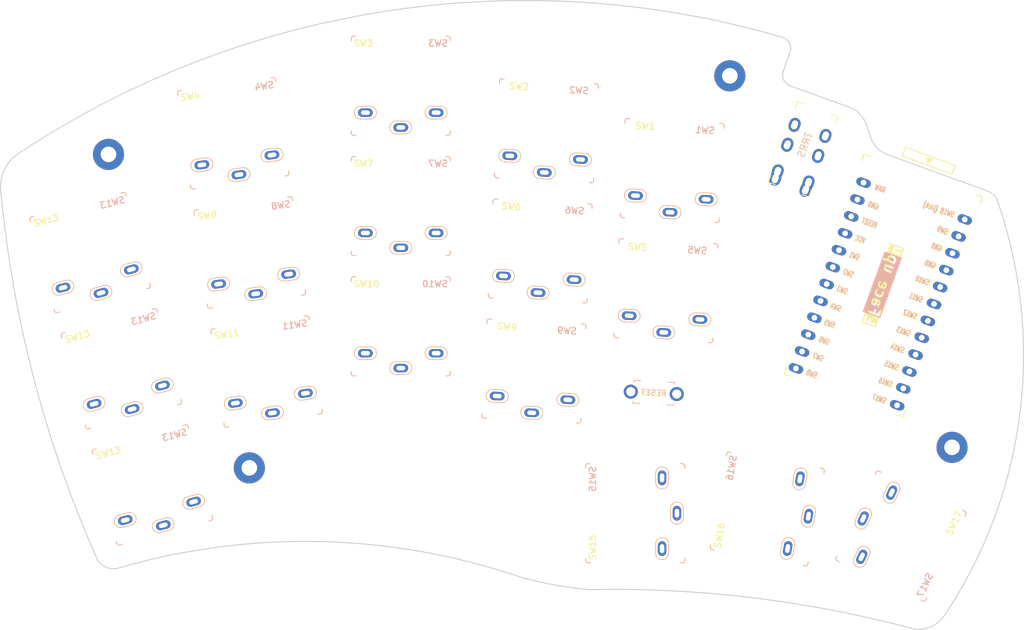
<source format=kicad_pcb>
(kicad_pcb (version 20221018) (generator pcbnew)
  (layers (0 "F.Cu" signal) (31 "B.Cu" signal) (34 "B.Paste" user) (35 "F.Paste" user) (36 "B.SilkS" user "B.Silkscreen") (37 "F.SilkS" user "F.Silkscreen") (38 "B.Mask" user) (39 "F.Mask" user) (44 "Edge.Cuts" user))
  (net 0 "")
  (net 1 "gnd")
  (net 2 "vcc")
  (net 3 "Switch18")
  (net 4 "reset")
  (net 5 "Switch1")
  (net 6 "Switch2")
  (net 7 "Switch3")
  (net 8 "Switch4")
  (net 9 "Switch5")
  (net 10 "Switch6")
  (net 11 "Switch7")
  (net 12 "Switch8")
  (net 13 "Switch9")
  (net 14 "Switch10")
  (net 15 "Switch11")
  (net 16 "Switch12")
  (net 17 "Switch13")
  (net 18 "Switch14")
  (net 19 "Switch15")
  (net 20 "Switch16")
  (net 21 "Switch17")
  (net 22 "raw")
  (footprint "Kailh:TRRS-PJ-DPB2" (layer "F.Cu") (at 158.94102 67.4 -20)
    (fp_text reference "J2" hide)
    (fp_text value "AudioJack4dpb" hide)
    (fp_text user "TRRS" (at 0 5.4 70) (layer "B.SilkS") (effects (font (thickness 0.1)) (justify mirror)))
    (fp_text user "TRRS" (at 0 5.3 70) (layer "F.SilkS") (effects (font (thickness 0.1))))
    (pad "" np_thru_hole circle (at 0 1.6 340) (size 0.8 0.8) (drill 0.8) (layers "F&B.Cu" "*.Mask"))
    (pad "" np_thru_hole circle (at 0 8.6 340) (size 0.8 0.8) (drill 0.8) (layers "F&B.Cu" "*.Mask"))
    (pad "R1" thru_hole oval (at -2.33 6.22 160) (size 1.6 2) (drill oval 0.9 1.3) (layers "*.Cu" "*.Mask") (net 3 "Switch18"))
    (pad "R1" thru_hole oval (at 2.3 6.2 340) (size 1.6 2) (drill oval 0.9 1.3) (layers "*.Cu" "*.Mask") (net 3 "Switch18"))
    (pad "R2" thru_hole oval (at -2.33 3.22 160) (size 1.6 2) (drill oval 0.9 1.3) (layers "*.Cu" "*.Mask") (net 2 "vcc"))
    (pad "R2" thru_hole oval (at 2.3 3.2 340) (size 1.6 2) (drill oval 0.9 1.3) (layers "*.Cu" "*.Mask") (net 2 "vcc"))
    (pad "S" thru_hole oval (at -2.3 11.3 340) (size 1.6 2) (drill oval 0.9 1.3) (layers "*.Cu" "*.Mask") (net 1 "gnd"))
    (pad "S" thru_hole oval (at 2.27 11.32 160) (size 1.6 2) (drill oval 0.9 1.3) (layers "*.Cu" "*.Mask") (net 1 "gnd"))
    (pad "T" thru_hole oval (at -2.33 10.22 160) (size 1.6 2) (drill oval 0.9 1.3) (layers "*.Cu" "*.Mask") (net 1 "gnd"))
    (pad "T" thru_hole oval (at 2.3 10.2 340) (size 1.6 2) (drill oval 0.9 1.3) (layers "*.Cu" "*.Mask") (net 1 "gnd"))
  )
  (footprint "* duckyb-collection:SW_PG1350_rev_DPB" (layer "F.Cu") (at 100 98.1)
    (fp_text reference "SW10" hide)
    (fp_text value "SW_Push" hide)
    (fp_text user "${REFERENCE}" (at 6.75 -6) (layer "B.SilkS") (effects (font (size 0.9 0.9) (thickness 0.16)) (justify left mirror)))
    (fp_text user "${REFERENCE}" (at -6.75 -6) (layer "F.SilkS") (effects (font (size 0.9 0.9) (thickness 0.16)) (justify left)))
    (pad "" np_thru_hole circle (at -5.499999 0 358) (size 1.7018 1.7018) (drill 1.7018) (layers "F&B.Cu" "*.Mask"))
    (pad "" np_thru_hole circle (at 0 0 358) (size 3.429 3.429) (drill 3.429) (layers "F&B.Cu" "*.Mask"))
    (pad "" np_thru_hole circle (at 0 0 2) (size 3.429 3.429) (drill 3.429) (layers "F&B.Cu" "*.Mask"))
    (pad "" np_thru_hole circle (at 5.5 0 358) (size 1.7018 1.7018) (drill 1.7018) (layers "F&B.Cu" "*.Mask"))
    (pad "1" thru_hole oval (at 0 5.9 180) (size 2.1 1.2) (drill oval 1.27 0.635) (layers "*.Cu" "*.Mask") (net 14 "Switch10"))
    (pad "2" thru_hole oval (at -5 3.8 180) (size 2.1 1.2) (drill oval 1.27 0.635) (layers "*.Cu" "*.Mask") (net 1 "gnd"))
    (pad "2" thru_hole oval (at 5 3.8 180) (size 2.1 1.2) (drill oval 1.27 0.635) (layers "*.Cu" "*.Mask") (net 1 "gnd"))
  )
  (footprint "* duckyb-collection:ProMicro_jumpers_facedown" (layer "F.Cu") (at 168.202942 92.333663 -20)
    (fp_text reference "U1" hide)
    (fp_text value "ProMicro-kbd" hide)
    (fp_text user "SW17" (at 6 15.25 160) (layer "B.SilkS") (effects (font (size 0.75 0.5) (thickness 0.125)) (justify left mirror)))
    (fp_text user "Face up" (at 0 0 250 unlocked) (layer "B.SilkS" knockout) (effects (font (size 1.5 1.5) (thickness 0.3)) (justify mirror)))
    (fp_text user "VCC" (at -6.1 -5.015 160) (layer "B.SilkS") (effects (font (size 0.75 0.5) (thickness 0.125)) (justify right mirror)))
    (fp_text user "SW5" (at -6.13 7.695 160) (layer "B.SilkS") (effects (font (size 0.75 0.5) (thickness 0.125)) (justify right mirror)))
    (fp_text user "GND" (at -6.07 -10.125 160) (layer "B.SilkS") (effects (font (size 0.75 0.5) (thickness 0.125)) (justify right mirror)))
    (fp_text user "RAW" (at -5.97 -12.735 160) (layer "B.SilkS") (effects (font (size 0.75 0.5) (thickness 0.125)) (justify right mirror)))
    (fp_text user "SW16" (at 6.03 12.75 160) (layer "B.SilkS") (effects (font (size 0.75 0.5) (thickness 0.125)) (justify left mirror)))
    (fp_text user "GND" (at 6 -5.055 160) (layer "B.SilkS") (effects (font (size 0.75 0.5) (thickness 0.125)) (justify left mirror)))
    (fp_text user "SW12" (at 6 2.545 160) (layer "B.SilkS") (effects (font (size 0.75 0.5) (thickness 0.125)) (justify left mirror)))
    (fp_text user "SW9" (at 6.03 -10.165 160) (layer "B.SilkS") (effects (font (size 0.75 0.5) (thickness 0.125)) (justify left mirror)))
    (fp_text user "SW15" (at 6.03 10.235 160) (layer "B.SilkS") (effects (font (size 0.75 0.5) (thickness 0.125)) (justify left mirror)))
    (fp_text user "SW4" (at -6.13 5.185 160) (layer "B.SilkS") (effects (font (size 0.75 0.5) (thickness 0.125)) (justify right mirror)))
    (fp_text user "SW10" (at 6 -2.545 160) (layer "B.SilkS") (effects (font (size 0.75 0.5) (thickness 0.125)) (justify left mirror)))
    (fp_text user "RESET" (at -6.07 -7.615 160) (layer "B.SilkS") (effects (font (size 0.75 0.5) (thickness 0.125)) (justify right mirror)))
    (fp_text user "SW2" (at -6.1 0.075 160) (layer "B.SilkS") (effects (font (size 0.75 0.5) (thickness 0.125)) (justify right mirror)))
    (fp_text user "GND" (at 6.03 -7.655 160) (layer "B.SilkS") (effects (font (size 0.75 0.5) (thickness 0.125)) (justify left mirror)))
    (fp_text user "SW18 (jack)" (at 6.03 -12.765 160) (layer "B.SilkS") (effects (font (size 0.75 0.5) (thickness 0.125)) (justify left mirror)))
    (fp_text user "SW6" (at -6.07 10.19 160) (layer "B.SilkS") (effects (font (size 0.75 0.5) (thickness 0.125)) (justify right mirror)))
    (fp_text user "SW11" (at 6 0.035 160) (layer "B.SilkS") (effects (font (size 0.75 0.5) (thickness 0.125)) (justify left mirror)))
    (fp_text user "SW1" (at -6.1 -2.505 160) (layer "B.SilkS") (effects (font (size 0.75 0.5) (thickness 0.125)) (justify right mirror)))
    (fp_text user "SW3" (at -6.1 2.585 160) (layer "B.SilkS") (effects (font (size 0.75 0.5) (thickness 0.125)) (justify right mirror)))
    (fp_text user "SW8" (at -6.1 15.19 160) (layer "B.SilkS") (effects (font (size 0.75 0.5) (thickness 0.125)) (justify right mirror)))
    (fp_text user "SW13" (at 5.97 5.145 160) (layer "B.SilkS") (effects (font (size 0.75 0.5) (thickness 0.125)) (justify left mirror)))
    (fp_text user "SW7" (at -6.07 12.69 160) (layer "B.SilkS") (effects (font (size 0.75 0.5) (thickness 0.125)) (justify right mirror)))
    (fp_text user "SW14" (at 5.97 7.655 160) (layer "B.SilkS") (effects (font (size 0.75 0.5) (thickness 0.125)) (justify left mirror)))
    (fp_text user "SW5" (at -6.06 7.755 160) (layer "F.SilkS") (effects (font (size 0.75 0.5) (thickness 0.125)) (justify left)))
    (fp_text user "Face down" (at 0 0 70 unlocked) (layer "F.SilkS" knockout) (effects (font (size 1.5 1.5) (thickness 0.3))))
    (fp_text user "SW10" (at 6.13 -2.535 160) (layer "F.SilkS") (effects (font (size 0.75 0.5) (thickness 0.125)) (justify right)))
    (fp_text user "SW7" (at -6 12.75 160) (layer "F.SilkS") (effects (font (size 0.75 0.5) (thickness 0.125)) (justify left)))
    (fp_text user "SW18 (jack)" (at 6.16 -12.755 160) (layer "F.SilkS") (effects (font (size 0.75 0.5) (thickness 0.125)) (justify right)))
    (fp_text user "GND" (at -6 -10.065 160) (layer "F.SilkS") (effects (font (size 0.75 0.5) (thickness 0.125)) (justify left)))
    (fp_text user "SW13" (at 6.1 5.155 160) (layer "F.SilkS") (effects (font (size 0.75 0.5) (thickness 0.125)) (justify right)))
    (fp_text user "SW8" (at -6.03 15.25 160) (layer "F.SilkS") (effects (font (size 0.75 0.5) (thickness 0.125)) (justify left)))
    (fp_text user "SW4" (at -6.06 5.245 160) (layer "F.SilkS") (effects (font (size 0.75 0.5) (thickness 0.125)) (justify left)))
    (fp_text user "SW3" (at -6.03 2.645 160) (layer "F.SilkS") (effects (font (size 0.75 0.5) (thickness 0.125)) (justify left)))
    (fp_text user "SW6" (at -6 10.25 160) (layer "F.SilkS") (effects (font (size 0.75 0.5) (thickness 0.125)) (justify left)))
    (fp_text user "SW14" (at 6.1 7.665 160) (layer "F.SilkS") (effects (font (size 0.75 0.5) (thickness 0.125)) (justify right)))
    (fp_text user "SW9" (at 6.16 -10.155 160) (layer "F.SilkS") (effects (font (size 0.75 0.5) (thickness 0.125)) (justify right)))
    (fp_text user "SW15" (at 6.16 10.245 160) (layer "F.SilkS") (effects (font (size 0.75 0.5) (thickness 0.125)) (justify right)))
    (fp_text user "SW11" (at 6.13 0.045 160) (layer "F.SilkS") (effects (font (size 0.75 0.5) (thickness 0.125)) (justify right)))
    (fp_text user "SW17" (at 6.13 15.26 160) (layer "F.SilkS") (effects (font (size 0.75 0.5) (thickness 0.125)) (justify right)))
    (fp_text user "VCC" (at -6.03 -4.955 160) (layer "F.SilkS") (effects (font (size 0.75 0.5) (thickness 0.125)) (justify left)))
    (fp_text user "SW2" (at -6.03 0.135 160) (layer "F.SilkS") (effects (font (size 0.75 0.5) (thickness 0.125)) (justify left)))
    (fp_text user "RAW" (at -5.9 -12.675 160) (layer "F.SilkS") (effects (font (size 0.75 0.5) (thickness 0.125)) (justify left)))
    (fp_text user "RESET" (at -6 -7.555 160) (layer "F.SilkS") (effects (font (size 0.75 0.5) (thickness 0.125)) (justify left)))
    (fp_text user "SW12" (at 6.13 2.555 160) (layer "F.SilkS") (effects (font (size 0.75 0.5) (thickness 0.125)) (justify right)))
    (fp_text user "SW16" (at 6.16 12.76 160) (layer "F.SilkS") (effects (font (size 0.75 0.5) (thickness 0.125)) (justify right)))
    (fp_text user "SW1" (at -6.03 -2.445 160) (layer "F.SilkS") (effects (font (size 0.75 0.5) (thickness 0.125)) (justify left)))
    (fp_text user "GND" (at 6.16 -7.645 160) (layer "F.SilkS") (effects (font (size 0.75 0.5) (thickness 0.125)) (justify right)))
    (fp_text user "GND" (at 6.13 -5.045 160) (layer "F.SilkS") (effects (font (size 0.75 0.5) (thickness 0.125)) (justify right)))
    (pad "1" thru_hole oval (at 7.6114 -12.703 340) (size 2.1 1.2) (drill 0.8128) (layers "*.Cu" "*.Mask") (net 3 "Switch18"))
    (pad "2" thru_hole oval (at 7.6114 -10.162999 340) (size 2.1 1.2) (drill 0.8128) (layers "*.Cu" "*.Mask") (net 13 "Switch9"))
    (pad "3" thru_hole oval (at 7.6114 -7.623 340) (size 2.1 1.2) (drill 0.8128) (layers "*.Cu" "*.Mask") (net 1 "gnd"))
    (pad "4" thru_hole oval (at 7.6114 -5.083 340) (size 2.1 1.2) (drill 0.8128) (layers "*.Cu" "*.Mask") (net 1 "gnd"))
    (pad "5" thru_hole oval (at 7.6114 -2.543 340) (size 2.1 1.2) (drill 0.8128) (layers "*.Cu" "*.Mask") (net 14 "Switch10"))
    (pad "6" thru_hole oval (at 7.6114 -0.003 340) (size 2.1 1.2) (drill 0.8128) (layers "*.Cu" "*.Mask") (net 15 "Switch11"))
    (pad "7" thru_hole oval (at 7.6114 2.536999 340) (size 2.1 1.2) (drill 0.8128) (layers "*.Cu" "*.Mask") (net 16 "Switch12"))
    (pad "8" thru_hole oval (at 7.6114 5.077 340) (size 2.1 1.2) (drill 0.8128) (layers "*.Cu" "*.Mask") (net 17 "Switch13"))
    (pad "9" thru_hole oval (at 7.6114 7.617 340) (size 2.1 1.2) (drill 0.8128) (layers "*.Cu" "*.Mask") (net 18 "Switch14"))
    (pad "10" thru_hole oval (at 7.6114 10.157 340) (size 2.1 1.2) (drill 0.8128) (layers "*.Cu" "*.Mask") (net 19 "Switch15"))
    (pad "11" thru_hole oval (at 7.6114 12.697 340) (size 2.1 1.2) (drill 0.8128) (layers "*.Cu" "*.Mask") (net 20 "Switch16"))
    (pad "12" thru_hole oval (at 7.6114 15.237 340) (size 2.1 1.2) (drill 0.8128) (layers "*.Cu" "*.Mask") (net 21 "Switch17"))
    (pad "13" thru_hole oval (at -7.6086 15.237 340) (size 2.1 1.2) (drill 0.8128) (layers "*.Cu" "*.Mask") (net 12 "Switch8"))
    (pad "14" thru_hole oval (at -7.608599 12.697 340) (size 2.1 1.2) (drill 0.8128) (layers "*.Cu" "*.Mask") (net 11 "Switch7"))
    (pad "15" thru_hole oval (at -7.6086 10.157 340) (size 2.1 1.2) (drill 0.8128) (layers "*.Cu" "*.Mask") (net 10 "Switch6"))
    (pad "16" thru_hole oval (at -7.6086 7.617 340) (size 2.1 1.2) (drill 0.8128) (layers "*.Cu" "*.Mask") (net 9 "Switch5"))
    (pad "17" thru_hole oval (at -7.6086 5.077 340) (size 2.1 1.2) (drill 0.8128) (layers "*.Cu" "*.Mask") (net 8 "Switch4"))
    (pad "18" thru_hole oval (at -7.6086 2.537 340) (size 2.1 1.2) (drill 0.8128) (layers "*.Cu" "*.Mask") (net 7 "Switch3"))
    (pad "19" thru_hole oval (at -7.6086 -0.003 340) (size 2.1 1.2) (drill 0.8128) (layers "*.Cu" "*.Mask") (net 6 "Switch2"))
    (pad "20" thru_hole oval (at -7.6086 -2.543 340) (size 2.1 1.2) (drill 0.8128) (layers "*.Cu" "*.Mask") (net 5 "Switch1"))
    (pad "21" thru_hole oval (at -7.6086 -5.083 340) (size 2.1 1.2) (drill 0.8128) (layers "*.Cu" "*.Mask") (net 2 "vcc"))
    (pad "22" thru_hole oval (at -7.6086 -7.623 340) (size 2.1 1.2) (drill 0.8128) (layers "*.Cu" "*.Mask") (net 4 "reset"))
    (pad "23" thru_hole oval (at -7.6086 -10.163 340) (size 2.1 1.2) (drill 0.8128) (layers "*.Cu" "*.Mask") (net 1 "gnd"))
    (pad "24" thru_hole oval (at -7.6086 -12.703 340) (size 2.1 1.2) (drill 0.8128) (layers "*.Cu" "*.Mask") (net 22 "raw"))
  )
  (footprint "* duckyb-collection:SW_PG1350_rev_DPB" (layer "F.Cu") (at 137.472178 93.066994 -3)
    (fp_text reference "SW5" hide)
    (fp_text value "SW_Push" hide)
    (fp_text user "${REFERENCE}" (at 2.63878 -5.928238 177) (layer "B.SilkS") (effects (font (size 0.9 0.9) (thickness 0.16)) (justify right mirror)))
    (fp_text user "${REFERENCE}" (at -2.862665 -5.963005 177) (layer "F.SilkS") (effects (font (size 0.9 0.9) (thickness 0.16)) (justify right)))
    (pad "" np_thru_hole circle (at -5.499999 0 355) (size 1.7018 1.7018) (drill 1.7018) (layers "F&B.Cu" "*.Mask"))
    (pad "" np_thru_hole circle (at 0 0 359) (size 3.429 3.429) (drill 3.429) (layers "F&B.Cu" "*.Mask"))
    (pad "" np_thru_hole circle (at 0 0 355) (size 3.429 3.429) (drill 3.429) (layers "F&B.Cu" "*.Mask"))
    (pad "" np_thru_hole circle (at 5.5 0 355) (size 1.7018 1.7018) (drill 1.7018) (layers "F&B.Cu" "*.Mask"))
    (pad "1" thru_hole oval (at 0 5.9 177) (size 2.1 1.2) (drill oval 1.27 0.635) (layers "*.Cu" "*.Mask") (net 9 "Switch5"))
    (pad "2" thru_hole oval (at -5 3.8 177) (size 2.1 1.2) (drill oval 1.27 0.635) (layers "*.Cu" "*.Mask") (net 1 "gnd"))
    (pad "2" thru_hole oval (at 5 3.8 177) (size 2.1 1.2) (drill oval 1.27 0.635) (layers "*.Cu" "*.Mask") (net 1 "gnd"))
  )
  (footprint "* duckyb-collection:SW_PG1350_rev_DPB" (layer "F.Cu") (at 151.797216 123.90989 80)
    (fp_text reference "SW16" hide)
    (fp_text value "SW_Push" hide)
    (fp_text user "${REFERENCE}" (at 6.75 -6 80) (layer "B.SilkS") (effects (font (size 0.9 0.9) (thickness 0.16)) (justify left mirror)))
    (fp_text user "${REFERENCE}" (at -6.75 -6 80) (layer "F.SilkS") (effects (font (size 0.9 0.9) (thickness 0.16)) (justify left)))
    (pad "" np_thru_hole circle (at -5.499999 0 78) (size 1.7018 1.7018) (drill 1.7018) (layers "F&B.Cu" "*.Mask"))
    (pad "" np_thru_hole circle (at 0 0 82) (size 3.429 3.429) (drill 3.429) (layers "F&B.Cu" "*.Mask"))
    (pad "" np_thru_hole circle (at 0 0 78) (size 3.429 3.429) (drill 3.429) (layers "F&B.Cu" "*.Mask"))
    (pad "" np_thru_hole circle (at 5.5 0 78) (size 1.7018 1.7018) (drill 1.7018) (layers "F&B.Cu" "*.Mask"))
    (pad "1" thru_hole oval (at 0 5.9 260) (size 2.1 1.2) (drill oval 1.27 0.635) (layers "*.Cu" "*.Mask") (net 20 "Switch16"))
    (pad "2" thru_hole oval (at -5 3.8 260) (size 2.1 1.2) (drill oval 1.27 0.635) (layers "*.Cu" "*.Mask") (net 1 "gnd"))
    (pad "2" thru_hole oval (at 5 3.8 260) (size 2.1 1.2) (drill oval 1.27 0.635) (layers "*.Cu" "*.Mask") (net 1 "gnd"))
  )
  (footprint "* duckyb-collection:SW_PG1350_rev_DPB" (layer "F.Cu") (at 76.312936 70.822861 8)
    (fp_text reference "SW4" hide)
    (fp_text value "SW_Push" hide)
    (fp_text user "${REFERENCE}" (at 6.75 -6 8) (layer "B.SilkS") (effects (font (size 0.9 0.9) (thickness 0.16)) (justify left mirror)))
    (fp_text user "${REFERENCE}" (at -6.75 -6 8) (layer "F.SilkS") (effects (font (size 0.9 0.9) (thickness 0.16)) (justify left)))
    (pad "" np_thru_hole circle (at -5.499999 0 6) (size 1.7018 1.7018) (drill 1.7018) (layers "F&B.Cu" "*.Mask"))
    (pad "" np_thru_hole circle (at 0 0 6) (size 3.429 3.429) (drill 3.429) (layers "F&B.Cu" "*.Mask"))
    (pad "" np_thru_hole circle (at 0 0 10) (size 3.429 3.429) (drill 3.429) (layers "F&B.Cu" "*.Mask"))
    (pad "" np_thru_hole circle (at 5.5 0 6) (size 1.7018 1.7018) (drill 1.7018) (layers "F&B.Cu" "*.Mask"))
    (pad "1" thru_hole oval (at 0 5.9 188) (size 2.1 1.2) (drill oval 1.27 0.635) (layers "*.Cu" "*.Mask") (net 8 "Switch4"))
    (pad "2" thru_hole oval (at -5 3.8 188) (size 2.1 1.2) (drill oval 1.27 0.635) (layers "*.Cu" "*.Mask") (net 1 "gnd"))
    (pad "2" thru_hole oval (at 5 3.8 188) (size 2.1 1.2) (drill oval 1.27 0.635) (layers "*.Cu" "*.Mask") (net 1 "gnd"))
  )
  (footprint "* duckyb-collection:SW_PG1350_rev_DPB" (layer "F.Cu") (at 64.912892 120.511777 15)
    (fp_text reference "SW13" hide)
    (fp_text value "SW_Push" hide)
    (fp_text user "${REFERENCE}" (at 6.75 -6 15) (layer "B.SilkS") (effects (font (size 0.9 0.9) (thickness 0.16)) (justify left mirror)))
    (fp_text user "${REFERENCE}" (at -6.75 -6 15) (layer "F.SilkS") (effects (font (size 0.9 0.9) (thickness 0.16)) (justify left)))
    (pad "" np_thru_hole circle (at -5.499999 0 13) (size 1.7018 1.7018) (drill 1.7018) (layers "F&B.Cu" "*.Mask"))
    (pad "" np_thru_hole circle (at 0 0 13) (size 3.429 3.429) (drill 3.429) (layers "F&B.Cu" "*.Mask"))
    (pad "" np_thru_hole circle (at 0 0 17) (size 3.429 3.429) (drill 3.429) (layers "F&B.Cu" "*.Mask"))
    (pad "" np_thru_hole circle (at 5.5 0 13) (size 1.7018 1.7018) (drill 1.7018) (layers "F&B.Cu" "*.Mask"))
    (pad "1" thru_hole oval (at 0 5.9 195) (size 2.1 1.2) (drill oval 1.27 0.635) (layers "*.Cu" "*.Mask") (net 17 "Switch13"))
    (pad "2" thru_hole oval (at -5 3.8 195) (size 2.1 1.2) (drill oval 1.27 0.635) (layers "*.Cu" "*.Mask") (net 1 "gnd"))
    (pad "2" thru_hole oval (at 5 3.8 195) (size 2.1 1.2) (drill oval 1.27 0.635) (layers "*.Cu" "*.Mask") (net 1 "gnd"))
  )
  (footprint "" (layer "F.Cu") (at 58.7 73.8)
    (fp_text reference "" (at 0 0) (layer "F.SilkS") (effects (font (size 1.27 1.27))))
    (fp_text value "" (at 0 0) (layer "F.SilkS") (effects (font (size 1.27 1.27))))
    (pad "" thru_hole circle (at 0 0) (size 4.4 4.4) (drill 2.2) (layers "*.Cu" "*.Mask"))
  )
  (footprint "* duckyb-collection:SW_PG1350_rev_DPB" (layer "F.Cu") (at 78.678879 87.657418 8)
    (fp_text reference "SW8" hide)
    (fp_text value "SW_Push" hide)
    (fp_text user "${REFERENCE}" (at 6.75 -6 8) (layer "B.SilkS") (effects (font (size 0.9 0.9) (thickness 0.16)) (justify left mirror)))
    (fp_text user "${REFERENCE}" (at -6.75 -6 8) (layer "F.SilkS") (effects (font (size 0.9 0.9) (thickness 0.16)) (justify left)))
    (pad "" np_thru_hole circle (at -5.499999 0 6) (size 1.7018 1.7018) (drill 1.7018) (layers "F&B.Cu" "*.Mask"))
    (pad "" np_thru_hole circle (at 0 0 10) (size 3.429 3.429) (drill 3.429) (layers "F&B.Cu" "*.Mask"))
    (pad "" np_thru_hole circle (at 0 0 6) (size 3.429 3.429) (drill 3.429) (layers "F&B.Cu" "*.Mask"))
    (pad "" np_thru_hole circle (at 5.5 0 6) (size 1.7018 1.7018) (drill 1.7018) (layers "F&B.Cu" "*.Mask"))
    (pad "1" thru_hole oval (at 0 5.9 188) (size 2.1 1.2) (drill oval 1.27 0.635) (layers "*.Cu" "*.Mask") (net 12 "Switch8"))
    (pad "2" thru_hole oval (at -5 3.8 188) (size 2.1 1.2) (drill oval 1.27 0.635) (layers "*.Cu" "*.Mask") (net 1 "gnd"))
    (pad "2" thru_hole oval (at 5 3.8 188) (size 2.1 1.2) (drill oval 1.27 0.635) (layers "*.Cu" "*.Mask") (net 1 "gnd"))
  )
  (footprint "* duckyb-collection:SW_PG1350_rev_DPB" (layer "F.Cu") (at 120.595441 70.466826 -3)
    (fp_text reference "SW2" hide)
    (fp_text value "SW_Push" hide)
    (fp_text user "${REFERENCE}" (at 2.793947 -5.930946 177) (layer "B.SilkS") (effects (font (size 0.9 0.9) (thickness 0.16)) (justify right mirror)))
    (fp_text user "${REFERENCE}" (at -2.709048 -6.054542 177) (layer "F.SilkS") (effects (font (size 0.9 0.9) (thickness 0.16)) (justify right)))
    (pad "" np_thru_hole circle (at -5.499999 0 355) (size 1.7018 1.7018) (drill 1.7018) (layers "F&B.Cu" "*.Mask"))
    (pad "" np_thru_hole circle (at 0 0 355) (size 3.429 3.429) (drill 3.429) (layers "F&B.Cu" "*.Mask"))
    (pad "" np_thru_hole circle (at 0 0 359) (size 3.429 3.429) (drill 3.429) (layers "F&B.Cu" "*.Mask"))
    (pad "" np_thru_hole circle (at 5.5 0 355) (size 1.7018 1.7018) (drill 1.7018) (layers "F&B.Cu" "*.Mask"))
    (pad "1" thru_hole oval (at 0 5.9 177) (size 2.1 1.2) (drill oval 1.27 0.635) (layers "*.Cu" "*.Mask") (net 6 "Switch2"))
    (pad "2" thru_hole oval (at -5 3.8 177) (size 2.1 1.2) (drill oval 1.27 0.635) (layers "*.Cu" "*.Mask") (net 1 "gnd"))
    (pad "2" thru_hole oval (at 5 3.8 177) (size 2.1 1.2) (drill oval 1.27 0.635) (layers "*.Cu" "*.Mask") (net 1 "gnd"))
  )
  (footprint "" (layer "F.Cu") (at 146.5 62.7)
    (fp_text reference "" (at 0 0) (layer "F.SilkS") (effects (font (size 1.27 1.27))))
    (fp_text value "" (at 0 0) (layer "F.SilkS") (effects (font (size 1.27 1.27))))
    (pad "" thru_hole circle (at 0 0) (size 4.4 4.4) (drill 2.2) (layers "*.Cu" "*.Mask"))
  )
  (footprint "* duckyb-collection:SW_PG1350_rev_DPB" (layer "F.Cu") (at 81.044822 104.491975 8)
    (fp_text reference "SW11" hide)
    (fp_text value "SW_Push" hide)
    (fp_text user "${REFERENCE}" (at 6.75 -6 8) (layer "B.SilkS") (effects (font (size 0.9 0.9) (thickness 0.16)) (justify left mirror)))
    (fp_text user "${REFERENCE}" (at -6.75 -6 8) (layer "F.SilkS") (effects (font (size 0.9 0.9) (thickness 0.16)) (justify left)))
    (pad "" np_thru_hole circle (at -5.499999 0 6) (size 1.7018 1.7018) (drill 1.7018) (layers "F&B.Cu" "*.Mask"))
    (pad "" np_thru_hole circle (at 0 0 6) (size 3.429 3.429) (drill 3.429) (layers "F&B.Cu" "*.Mask"))
    (pad "" np_thru_hole circle (at 0 0 10) (size 3.429 3.429) (drill 3.429) (layers "F&B.Cu" "*.Mask"))
    (pad "" np_thru_hole circle (at 5.5 0 6) (size 1.7018 1.7018) (drill 1.7018) (layers "F&B.Cu" "*.Mask"))
    (pad "1" thru_hole oval (at 0 5.9 188) (size 2.1 1.2) (drill oval 1.27 0.635) (layers "*.Cu" "*.Mask") (net 15 "Switch11"))
    (pad "2" thru_hole oval (at -5 3.8 188) (size 2.1 1.2) (drill oval 1.27 0.635) (layers "*.Cu" "*.Mask") (net 1 "gnd"))
    (pad "2" thru_hole oval (at 5 3.8 188) (size 2.1 1.2) (drill oval 1.27 0.635) (layers "*.Cu" "*.Mask") (net 1 "gnd"))
  )
  (footprint "" (layer "F.Cu") (at 177.9 115.2)
    (fp_text reference "" (at 0 0) (layer "F.SilkS") (effects (font (size 1.27 1.27))))
    (fp_text value "" (at 0 0) (layer "F.SilkS") (effects (font (size 1.27 1.27))))
    (pad "" thru_hole circle (at 0 0) (size 4.4 4.4) (drill 2.2) (layers "*.Cu" "*.Mask"))
  )
  (footprint "kbd:ResetSW_1side" (layer "F.Cu") (at 135.75 107.5 -3)
    (fp_text reference "RSW2" hide)
    (fp_text value "SW_PUSH")
    (fp_text user "RESET" (at 0.01 0 -183) (layer "B.SilkS") (effects (font (size 0.8 0.8) (thickness 0.1)) (justify mirror)))
    (fp_text user "RESET" (at 0 0 -183) (layer "F.SilkS") (effects (font (size 0.8 0.8) (thickness 0.1))))
    (pad "1" thru_hole circle (at 3.25 0 357) (size 2 2) (drill 1.3) (layers "*.Cu" "*.Mask") (net 4 "reset"))
    (pad "2" thru_hole circle (at -3.25 0 357) (size 2 2) (drill 1.3) (layers "*.Cu" "*.Mask") (net 1 "gnd"))
  )
  (footprint "* duckyb-collection:SW_PG1350_rev_DPB" (layer "F.Cu") (at 170.697216 127.743448 -115)
    (fp_text reference "SW17" hide)
    (fp_text value "SW_Push" hide)
    (fp_text user "${REFERENCE}" (at 6.75 -6 65) (layer "B.SilkS") (effects (font (size 0.9 0.9) (thickness 0.16)) (justify right mirror)))
    (fp_text user "${REFERENCE}" (at -6.75 -6 65) (layer "F.SilkS") (effects (font (size 0.9 0.9) (thickness 0.16)) (justify right)))
    (pad "" np_thru_hole circle (at -5.499999 0 243) (size 1.7018 1.7018) (drill 1.7018) (layers "F&B.Cu" "*.Mask"))
    (pad "" np_thru_hole circle (at 0 0 243) (size 3.429 3.429) (drill 3.429) (layers "F&B.Cu" "*.Mask"))
    (pad "" np_thru_hole circle (at 0 0 247) (size 3.429 3.429) (drill 3.429) (layers "F&B.Cu" "*.Mask"))
    (pad "" np_thru_hole circle (at 5.5 0 243) (size 1.7018 1.7018) (drill 1.7018) (layers "F&B.Cu" "*.Mask"))
    (pad "1" thru_hole oval (at 0 5.9 65) (size 2.1 1.2) (drill oval 1.27 0.635) (layers "*.Cu" "*.Mask") (net 21 "Switch17"))
    (pad "2" thru_hole oval (at -5 3.8 65) (size 2.1 1.2) (drill oval 1.27 0.635) (layers "*.Cu" "*.Mask") (net 1 "gnd"))
    (pad "2" thru_hole oval (at 5 3.8 65) (size 2.1 1.2) (drill oval 1.27 0.635) (layers "*.Cu" "*.Mask") (net 1 "gnd"))
  )
  (footprint "* duckyb-collection:SW_PG1350_rev_DPB" (layer "F.Cu") (at 56.113044 87.670299 15)
    (fp_text reference "SW13" hide)
    (fp_text value "SW_Push" hide)
    (fp_text user "${REFERENCE}" (at 6.75 -6 15) (layer "B.SilkS") (effects (font (size 0.9 0.9) (thickness 0.16)) (justify left mirror)))
    (fp_text user "${REFERENCE}" (at -6.75 -6 15) (layer "F.SilkS") (effects (font (size 0.9 0.9) (thickness 0.16)) (justify left)))
    (pad "" np_thru_hole circle (at -5.499999 0 13) (size 1.7018 1.7018) (drill 1.7018) (layers "F&B.Cu" "*.Mask"))
    (pad "" np_thru_hole circle (at 0 0 17) (size 3.429 3.429) (drill 3.429) (layers "F&B.Cu" "*.Mask"))
    (pad "" np_thru_hole circle (at 0 0 13) (size 3.429 3.429) (drill 3.429) (layers "F&B.Cu" "*.Mask"))
    (pad "" np_thru_hole circle (at 5.5 0 13) (size 1.7018 1.7018) (drill 1.7018) (layers "F&B.Cu" "*.Mask"))
    (pad "1" thru_hole oval (at 0 5.9 195) (size 2.1 1.2) (drill oval 1.27 0.635) (layers "*.Cu" "*.Mask") (net 17 "Switch13"))
    (pad "2" thru_hole oval (at -5 3.8 195) (size 2.1 1.2) (drill oval 1.27 0.635) (layers "*.Cu" "*.Mask") (net 1 "gnd"))
    (pad "2" thru_hole oval (at 5 3.8 195) (size 2.1 1.2) (drill oval 1.27 0.635) (layers "*.Cu" "*.Mask") (net 1 "gnd"))
  )
  (footprint "" (layer "F.Cu") (at 78.6 118.1)
    (fp_text reference "" (at 0 0) (layer "F.SilkS") (effects (font (size 1.27 1.27))))
    (fp_text value "" (at 0 0) (layer "F.SilkS") (effects (font (size 1.27 1.27))))
    (pad "" thru_hole circle (at 0 0) (size 4.4 4.4) (drill 2.2) (layers "*.Cu" "*.Mask"))
  )
  (footprint "* duckyb-collection:SW_PG1350_rev_DPB" (layer "F.Cu") (at 119.705729 87.443528 -3)
    (fp_text reference "SW6" hide)
    (fp_text value "SW_Push" hide)
    (fp_text user "${REFERENCE}" (at 3.090593 -5.936124 177) (layer "B.SilkS") (effects (font (size 0.9 0.9) (thickness 0.16)) (justify right mirror)))
    (fp_text user "${REFERENCE}" (at -2.912281 -6.048404 177) (layer "F.SilkS") (effects (font (size 0.9 0.9) (thickness 0.16)) (justify right)))
    (pad "" np_thru_hole circle (at -5.499999 0 355) (size 1.7018 1.7018) (drill 1.7018) (layers "F&B.Cu" "*.Mask"))
    (pad "" np_thru_hole circle (at 0 0 359) (size 3.429 3.429) (drill 3.429) (layers "F&B.Cu" "*.Mask"))
    (pad "" np_thru_hole circle (at 0 0 355) (size 3.429 3.429) (drill 3.429) (layers "F&B.Cu" "*.Mask"))
    (pad "" np_thru_hole circle (at 5.5 0 355) (size 1.7018 1.7018) (drill 1.7018) (layers "F&B.Cu" "*.Mask"))
    (pad "1" thru_hole oval (at 0 5.9 177) (size 2.1 1.2) (drill oval 1.27 0.635) (layers "*.Cu" "*.Mask") (net 10 "Switch6"))
    (pad "2" thru_hole oval (at -5 3.8 177) (size 2.1 1.2) (drill oval 1.27 0.635) (layers "*.Cu" "*.Mask") (net 1 "gnd"))
    (pad "2" thru_hole oval (at 5 3.8 177) (size 2.1 1.2) (drill oval 1.27 0.635) (layers "*.Cu" "*.Mask") (net 1 "gnd"))
  )
  (footprint "* duckyb-collection:SW_PG1350_rev_DPB" (layer "F.Cu") (at 100 81.1)
    (fp_text reference "SW7" hide)
    (fp_text value "SW_Push" hide)
    (fp_text user "${REFERENCE}" (at 6.75 -6) (layer "B.SilkS") (effects (font (size 0.9 0.9) (thickness 0.16)) (justify left mirror)))
    (fp_text user "${REFERENCE}" (at -6.75 -6) (layer "F.SilkS") (effects (font (size 0.9 0.9) (thickness 0.16)) (justify left)))
    (pad "" np_thru_hole circle (at -5.499999 0 358) (size 1.7018 1.7018) (drill 1.7018) (layers "F&B.Cu" "*.Mask"))
    (pad "" np_thru_hole circle (at 0 0 358) (size 3.429 3.429) (drill 3.429) (layers "F&B.Cu" "*.Mask"))
    (pad "" np_thru_hole circle (at 0 0 2) (size 3.429 3.429) (drill 3.429) (layers "F&B.Cu" "*.Mask"))
    (pad "" np_thru_hole circle (at 5.5 0 358) (size 1.7018 1.7018) (drill 1.7018) (layers "F&B.Cu" "*.Mask"))
    (pad "1" thru_hole oval (at 0 5.9 180) (size 2.1 1.2) (drill oval 1.27 0.635) (layers "*.Cu" "*.Mask") (net 11 "Switch7"))
    (pad "2" thru_hole oval (at -5 3.8 180) (size 2.1 1.2) (drill oval 1.27 0.635) (layers "*.Cu" "*.Mask") (net 1 "gnd"))
    (pad "2" thru_hole oval (at 5 3.8 180) (size 2.1 1.2) (drill oval 1.27 0.635) (layers "*.Cu" "*.Mask") (net 1 "gnd"))
  )
  (footprint "* duckyb-collection:SW_PG1350_rev_DPB" (layer "F.Cu") (at 138.361889 76.090292 -3)
    (fp_text reference "SW1" hide)
    (fp_text value "SW_Push" hide)
    (fp_text user "${REFERENCE}" (at 2.842058 -5.931786 177) (layer "B.SilkS") (effects (font (size 0.9 0.9) (thickness 0.16)) (justify right mirror)))
    (fp_text user "${REFERENCE}" (at -2.661216 -6.07137 177) (layer "F.SilkS") (effects (font (size 0.9 0.9) (thickness 0.16)) (justify right)))
    (pad "" np_thru_hole circle (at -5.499999 0 355) (size 1.7018 1.7018) (drill 1.7018) (layers "F&B.Cu" "*.Mask"))
    (pad "" np_thru_hole circle (at 0 0 359) (size 3.429 3.429) (drill 3.429) (layers "F&B.Cu" "*.Mask"))
    (pad "" np_thru_hole circle (at 0 0 355) (size 3.429 3.429) (drill 3.429) (layers "F&B.Cu" "*.Mask"))
    (pad "" np_thru_hole circle (at 5.5 0 355) (size 1.7018 1.7018) (drill 1.7018) (layers "F&B.Cu" "*.Mask"))
    (pad "1" thru_hole oval (at 0 5.9 177) (size 2.1 1.2) (drill oval 1.27 0.635) (layers "*.Cu" "*.Mask") (net 5 "Switch1"))
    (pad "2" thru_hole oval (at -5 3.8 177) (size 2.1 1.2) (drill oval 1.27 0.635) (layers "*.Cu" "*.Mask") (net 1 "gnd"))
    (pad "2" thru_hole oval (at 5 3.8 177) (size 2.1 1.2) (drill oval 1.27 0.635) (layers "*.Cu" "*.Mask") (net 1 "gnd"))
  )
  (footprint "* duckyb-collection:SW_PG1350_rev_DPB" (layer "F.Cu") (at 100 64.1)
    (fp_text reference "SW3" hide)
    (fp_text value "SW_Push" hide)
    (fp_text user "${REFERENCE}" (at 6.75 -6) (layer "B.SilkS") (effects (font (size 0.9 0.9) (thickness 0.16)) (justify left mirror)))
    (fp_text user "${REFERENCE}" (at -6.75 -6) (layer "F.SilkS") (effects (font (size 0.9 0.9) (thickness 0.16)) (justify left)))
    (pad "" np_thru_hole circle (at -5.499999 0 358) (size 1.7018 1.7018) (drill 1.7018) (layers "F&B.Cu" "*.Mask"))
    (pad "" np_thru_hole circle (at 0 0 2) (size 3.429 3.429) (drill 3.429) (layers "F&B.Cu" "*.Mask"))
    (pad "" np_thru_hole circle (at 0 0 358) (size 3.429 3.429) (drill 3.429) (layers "F&B.Cu" "*.Mask"))
    (pad "" np_thru_hole circle (at 5.5 0 358) (size 1.7018 1.7018) (drill 1.7018) (layers "F&B.Cu" "*.Mask"))
    (pad "1" thru_hole oval (at 0 5.9 180) (size 2.1 1.2) (drill oval 1.27 0.635) (layers "*.Cu" "*.Mask") (net 7 "Switch3"))
    (pad "2" thru_hole oval (at -5 3.8 180) (size 2.1 1.2) (drill oval 1.27 0.635) (layers "*.Cu" "*.Mask") (net 1 "gnd"))
    (pad "2" thru_hole oval (at 5 3.8 180) (size 2.1 1.2) (drill oval 1.27 0.635) (layers "*.Cu" "*.Mask") (net 1 "gnd"))
  )
  (footprint "* duckyb-collection:SW_PG1350_rev_DPB" (layer "F.Cu") (at 60.512968 104.091038 15)
    (fp_text reference "SW13" hide)
    (fp_text value "SW_Push" hide)
    (fp_text user "${REFERENCE}" (at 6.75 -6 15) (layer "B.SilkS") (effects (font (size 0.9 0.9) (thickness 0.16)) (justify left mirror)))
    (fp_text user "${REFERENCE}" (at -6.75 -6 15) (layer "F.SilkS") (effects (font (size 0.9 0.9) (thickness 0.16)) (justify left)))
    (pad "" np_thru_hole circle (at -5.499999 0 13) (size 1.7018 1.7018) (drill 1.7018) (layers "F&B.Cu" "*.Mask"))
    (pad "" np_thru_hole circle (at 0 0 17) (size 3.429 3.429) (drill 3.429) (layers "F&B.Cu" "*.Mask"))
    (pad "" np_thru_hole circle (at 0 0 13) (size 3.429 3.429) (drill 3.429) (layers "F&B.Cu" "*.Mask"))
    (pad "" np_thru_hole circle (at 5.5 0 13) (size 1.7018 1.7018) (drill 1.7018) (layers "F&B.Cu" "*.Mask"))
    (pad "1" thru_hole oval (at 0 5.9 195) (size 2.1 1.2) (drill oval 1.27 0.635) (layers "*.Cu" "*.Mask") (net 17 "Switch13"))
    (pad "2" thru_hole oval (at -5 3.8 195) (size 2.1 1.2) (drill oval 1.27 0.635) (layers "*.Cu" "*.Mask") (net 1 "gnd"))
    (pad "2" thru_hole oval (at 5 3.8 195) (size 2.1 1.2) (drill oval 1.27 0.635) (layers "*.Cu" "*.Mask") (net 1 "gnd"))
  )
  (footprint "* duckyb-collection:SW_PG1350_rev_DPB" (layer "F.Cu") (at 133.12631 124.510908 90)
    (fp_text reference "SW15" hide)
    (fp_text value "SW_Push" hide)
    (fp_text user "${REFERENCE}" (at 6.75 -6 90) (layer "B.SilkS") (effects (font (size 0.9 0.9) (thickness 0.16)) (justify left mirror)))
    (fp_text user "${REFERENCE}" (at -6.75 -6 90) (layer "F.SilkS") (effects (font (size 0.9 0.9) (thickness 0.16)) (justify left)))
    (pad "" np_thru_hole circle (at -5.499999 0 88) (size 1.7018 1.7018) (drill 1.7018) (layers "F&B.Cu" "*.Mask"))
    (pad "" np_thru_hole circle (at 0 0 88) (size 3.429 3.429) (drill 3.429) (layers "F&B.Cu" "*.Mask"))
    (pad "" np_thru_hole circle (at 0 0 92) (size 3.429 3.429) (drill 3.429) (layers "F&B.Cu" "*.Mask"))
    (pad "" np_thru_hole circle (at 5.5 0 88) (size 1.7018 1.7018) (drill 1.7018) (layers "F&B.Cu" "*.Mask"))
    (pad "1" thru_hole oval (at 0 5.9 270) (size 2.1 1.2) (drill oval 1.27 0.635) (layers "*.Cu" "*.Mask") (net 19 "Switch15"))
    (pad "2" thru_hole oval (at -5 3.8 270) (size 2.1 1.2) (drill oval 1.27 0.635) (layers "*.Cu" "*.Mask") (net 1 "gnd"))
    (pad "2" thru_hole oval (at 5 3.8 270) (size 2.1 1.2) (drill oval 1.27 0.635) (layers "*.Cu" "*.Mask") (net 1 "gnd"))
  )
  (footprint "* duckyb-collection:SW_PG1350_rev_DPB" (layer "F.Cu") (at 118.816018 104.42023 -3)
    (fp_text reference "SW9" hide)
    (fp_text value "SW_Push" hide)
    (fp_text user "${REFERENCE}" (at 2.887315 -5.932576 177) (layer "B.SilkS") (effects (font (size 0.9 0.9) (thickness 0.16)) (justify right mirror)))
    (fp_text user "${REFERENCE}" (at -2.61559 -6.050993 177) (layer "F.SilkS") (effects (font (size 0.9 0.9) (thickness 0.16)) (justify right)))
    (pad "" np_thru_hole circle (at -5.499999 0 355) (size 1.7018 1.7018) (drill 1.7018) (layers "F&B.Cu" "*.Mask"))
    (pad "" np_thru_hole circle (at 0 0 359) (size 3.429 3.429) (drill 3.429) (layers "F&B.Cu" "*.Mask"))
    (pad "" np_thru_hole circle (at 0 0 355) (size 3.429 3.429) (drill 3.429) (layers "F&B.Cu" "*.Mask"))
    (pad "" np_thru_hole circle (at 5.5 0 355) (size 1.7018 1.7018) (drill 1.7018) (layers "F&B.Cu" "*.Mask"))
    (pad "1" thru_hole oval (at 0 5.9 177) (size 2.1 1.2) (drill oval 1.27 0.635) (layers "*.Cu" "*.Mask") (net 13 "Switch9"))
    (pad "2" thru_hole oval (at -5 3.8 177) (size 2.1 1.2) (drill oval 1.27 0.635) (layers "*.Cu" "*.Mask") (net 1 "gnd"))
    (pad "2" thru_hole oval (at 5 3.8 177) (size 2.1 1.2) (drill oval 1.27 0.635) (layers "*.Cu" "*.Mask") (net 1 "gnd"))
  )
  (gr_arc (start 153.977226 57.264827) (mid 154.911429 58.030345) (end 155.048988 59.230274) (stroke (width 0.15)) (layer "Edge.Cuts"))
  (gr_line (start 155.048988 59.230274) (end 154.044187 62.090343) (stroke (width 0.15)) (layer "Edge.Cuts"))
  (gr_line (start 165.81185 69.635551) (end 166.388274 71.364822) (stroke (width 0.15)) (layer "Edge.Cuts"))
  (gr_arc (start 155 64.1) (mid 154.11743 63.287634) (end 154.044187 62.090343) (stroke (width 0.15)) (layer "Edge.Cuts"))
  (gr_arc (start 184.243489 80.162059) (mid 187.49836 110.348646) (end 176.925279 138.809745) (stroke (width 0.15)) (layer "Edge.Cuts"))
  (gr_arc (start 60.040598 132.281675) (mid 88.654809 128.516368) (end 117.066136 133.590523) (stroke (width 0.15)) (layer "Edge.Cuts"))
  (gr_arc (start 176.925279 138.809745) (mid 175.082213 140.469268) (end 172.63988 140.900447) (stroke (width 0.15)) (layer "Edge.Cuts"))
  (gr_arc (start 126.565959 135.30443) (mid 149.801598 136.466646) (end 172.63988 140.900447) (stroke (width 0.15)) (layer "Edge.Cuts"))
  (gr_line (start 168.818396 73.859942) (end 183.071438 79.032734) (stroke (width 0.15)) (layer "Edge.Cuts"))
  (gr_line (start 155 64.1) (end 163.381129 67.140213) (stroke (width 0.15)) (layer "Edge.Cuts"))
  (gr_arc (start 43.448931 78.678151) (mid 44.039546 75.869437) (end 45.932377 73.711918) (stroke (width 0.15)) (layer "Edge.Cuts"))
  (gr_arc (start 57.171986 131.153053) (mid 48.15161 105.480177) (end 43.448931 78.678151) (stroke (width 0.15)) (layer "Edge.Cuts"))
  (gr_arc (start 60.040598 132.281674) (mid 58.426132 132.175276) (end 57.171986 131.153053) (stroke (width 0.15)) (layer "Edge.Cuts"))
  (gr_arc (start 126.565959 135.30443) (mid 121.780056 134.64697) (end 117.066136 133.590523) (stroke (width 0.15)) (layer "Edge.Cuts"))
  (gr_arc (start 45.932377 73.711918) (mid 98.135091 53.534262) (end 153.977226 57.264827) (stroke (width 0.15)) (layer "Edge.Cuts"))
  (gr_arc (start 168.818396 73.859942) (mid 167.317503 72.890768) (end 166.388274 71.364822) (stroke (width 0.15)) (layer "Edge.Cuts"))
  (gr_arc (start 163.381129 67.140213) (mid 164.882399 68.109376) (end 165.81185 69.635551) (stroke (width 0.15)) (layer "Edge.Cuts"))
  (gr_arc (start 183.071438 79.032734) (mid 183.763023 79.487843) (end 184.243488 80.162059) (stroke (width 0.15)) (layer "Edge.Cuts"))
)
</source>
